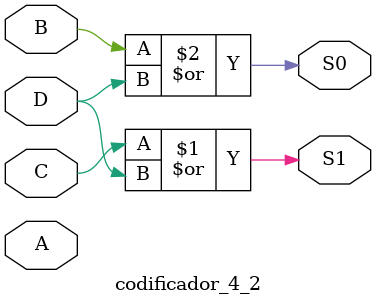
<source format=sv>
module codificador_4_2 (
    input  logic A, B, C, D, 
    output logic S1, S0
);

    // S1 = C OR D
    or OR1 (S1, C, D);

    // S0 = B OR D
    or OR2 (S0, B, D);

endmodule
</source>
